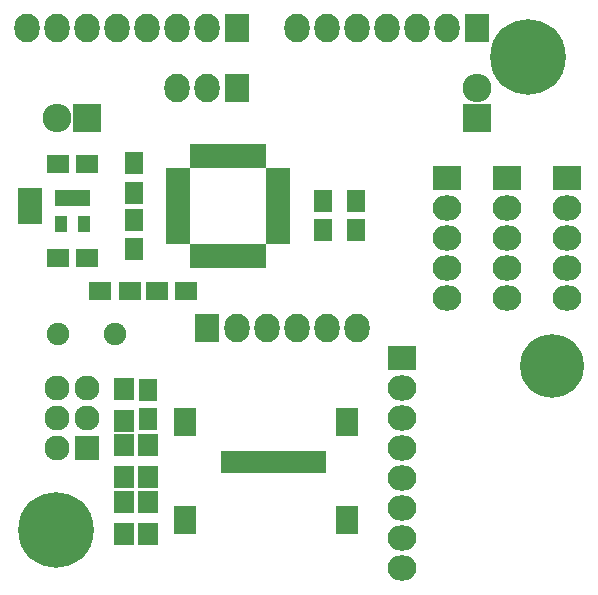
<source format=gbr>
G04 #@! TF.FileFunction,Soldermask,Top*
%FSLAX46Y46*%
G04 Gerber Fmt 4.6, Leading zero omitted, Abs format (unit mm)*
G04 Created by KiCad (PCBNEW 0.201508170901+6097~28~ubuntu14.04.1-product) date Sa 22 Aug 2015 10:06:58 CEST*
%MOMM*%
G01*
G04 APERTURE LIST*
%ADD10C,0.100000*%
%ADD11R,2.432000X2.127200*%
%ADD12O,2.432000X2.127200*%
%ADD13C,5.400000*%
%ADD14R,1.900000X1.650000*%
%ADD15R,1.650000X1.900000*%
%ADD16R,2.000000X0.950000*%
%ADD17R,0.950000X2.000000*%
%ADD18R,2.000200X1.568400*%
%ADD19R,2.432000X2.432000*%
%ADD20O,2.432000X2.432000*%
%ADD21R,2.127200X2.127200*%
%ADD22O,2.127200X2.127200*%
%ADD23R,2.127200X2.432000*%
%ADD24O,2.127200X2.432000*%
%ADD25R,1.850000X2.400000*%
%ADD26R,1.200000X1.900000*%
%ADD27R,1.700000X1.900000*%
%ADD28R,1.050000X1.460000*%
%ADD29C,1.901140*%
%ADD30C,6.400000*%
G04 APERTURE END LIST*
D10*
D11*
X134290000Y-80480000D03*
D12*
X134290000Y-83020000D03*
X134290000Y-85560000D03*
X134290000Y-88100000D03*
X134290000Y-90640000D03*
X134290000Y-93180000D03*
X134290000Y-95720000D03*
X134290000Y-98260000D03*
D13*
X146990000Y-81160000D03*
D14*
X107650000Y-64000000D03*
X105150000Y-64000000D03*
X107650000Y-72000000D03*
X105150000Y-72000000D03*
D15*
X111600000Y-66450000D03*
X111600000Y-63950000D03*
X111600000Y-71250000D03*
X111600000Y-68750000D03*
X127600000Y-69650000D03*
X127600000Y-67150000D03*
X130400000Y-69650000D03*
X130400000Y-67150000D03*
D14*
X108750000Y-74800000D03*
X111250000Y-74800000D03*
X116050000Y-74800000D03*
X113550000Y-74800000D03*
D15*
X112800000Y-83150000D03*
X112800000Y-85650000D03*
D16*
X115350000Y-64800000D03*
X115350000Y-65600000D03*
X115350000Y-66400000D03*
X115350000Y-67200000D03*
X115350000Y-68000000D03*
X115350000Y-68800000D03*
X115350000Y-69600000D03*
X115350000Y-70400000D03*
D17*
X116800000Y-71850000D03*
X117600000Y-71850000D03*
X118400000Y-71850000D03*
X119200000Y-71850000D03*
X120000000Y-71850000D03*
X120800000Y-71850000D03*
X121600000Y-71850000D03*
X122400000Y-71850000D03*
D16*
X123850000Y-70400000D03*
X123850000Y-69600000D03*
X123850000Y-68800000D03*
X123850000Y-68000000D03*
X123850000Y-67200000D03*
X123850000Y-66400000D03*
X123850000Y-65600000D03*
X123850000Y-64800000D03*
D17*
X122400000Y-63350000D03*
X121600000Y-63350000D03*
X120800000Y-63350000D03*
X120000000Y-63350000D03*
X119200000Y-63350000D03*
X118400000Y-63350000D03*
X117600000Y-63350000D03*
X116800000Y-63350000D03*
D18*
X102800000Y-68362000D03*
X102800000Y-66838000D03*
D19*
X107620000Y-60160000D03*
D20*
X105080000Y-60160000D03*
D21*
X107620000Y-88100000D03*
D22*
X105080000Y-88100000D03*
X107620000Y-85560000D03*
X105080000Y-85560000D03*
X107620000Y-83020000D03*
X105080000Y-83020000D03*
D23*
X120320000Y-57620000D03*
D24*
X117780000Y-57620000D03*
X115240000Y-57620000D03*
D23*
X140640000Y-52540000D03*
D24*
X138100000Y-52540000D03*
X135560000Y-52540000D03*
X133020000Y-52540000D03*
X130480000Y-52540000D03*
X127940000Y-52540000D03*
X125400000Y-52540000D03*
D23*
X120320000Y-52540000D03*
D24*
X117780000Y-52540000D03*
X115240000Y-52540000D03*
X112700000Y-52540000D03*
X110160000Y-52540000D03*
X107620000Y-52540000D03*
X105080000Y-52540000D03*
X102540000Y-52540000D03*
D19*
X140640000Y-60160000D03*
D20*
X140640000Y-57620000D03*
D11*
X138100000Y-65240000D03*
D12*
X138100000Y-67780000D03*
X138100000Y-70320000D03*
X138100000Y-72860000D03*
X138100000Y-75400000D03*
D11*
X143180000Y-65240000D03*
D12*
X143180000Y-67780000D03*
X143180000Y-70320000D03*
X143180000Y-72860000D03*
X143180000Y-75400000D03*
D11*
X148260000Y-65240000D03*
D12*
X148260000Y-67780000D03*
X148260000Y-70320000D03*
X148260000Y-72860000D03*
X148260000Y-75400000D03*
D25*
X129675000Y-94150000D03*
X129675000Y-85850000D03*
X115925000Y-85850000D03*
X115925000Y-94150000D03*
D26*
X119600000Y-89250000D03*
X120700000Y-89250000D03*
X121800000Y-89250000D03*
X122900000Y-89250000D03*
X124000000Y-89250000D03*
X125100000Y-89250000D03*
X126200000Y-89250000D03*
X127300000Y-89250000D03*
D27*
X110800000Y-85750000D03*
X110800000Y-83050000D03*
X112800000Y-92650000D03*
X112800000Y-95350000D03*
X112800000Y-87850000D03*
X112800000Y-90550000D03*
X110800000Y-87850000D03*
X110800000Y-90550000D03*
X110800000Y-92650000D03*
X110800000Y-95350000D03*
D28*
X107350000Y-66900000D03*
X106400000Y-66900000D03*
X105450000Y-66900000D03*
X105450000Y-69100000D03*
X107350000Y-69100000D03*
D29*
X105159060Y-78400000D03*
X110040940Y-78400000D03*
D23*
X117780000Y-77940000D03*
D24*
X120320000Y-77940000D03*
X122860000Y-77940000D03*
X125400000Y-77940000D03*
X127940000Y-77940000D03*
X130480000Y-77940000D03*
D30*
X145000000Y-55000000D03*
X105000000Y-95000000D03*
M02*

</source>
